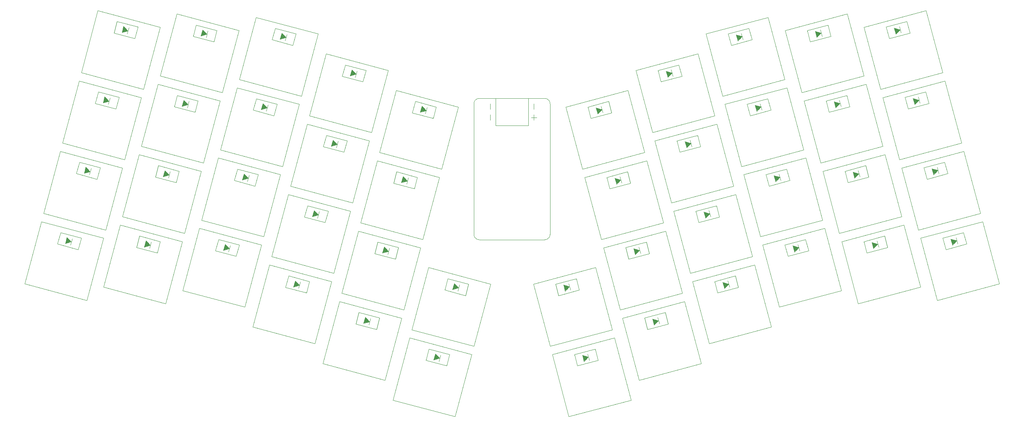
<source format=gbr>
%TF.GenerationSoftware,KiCad,Pcbnew,(5.1.10)-1*%
%TF.CreationDate,2021-10-19T15:54:07-06:00*%
%TF.ProjectId,batreus,62617472-6575-4732-9e6b-696361645f70,rev?*%
%TF.SameCoordinates,Original*%
%TF.FileFunction,Legend,Top*%
%TF.FilePolarity,Positive*%
%FSLAX46Y46*%
G04 Gerber Fmt 4.6, Leading zero omitted, Abs format (unit mm)*
G04 Created by KiCad (PCBNEW (5.1.10)-1) date 2021-10-19 15:54:07*
%MOMM*%
%LPD*%
G01*
G04 APERTURE LIST*
%ADD10C,0.120000*%
%ADD11C,0.100000*%
G04 APERTURE END LIST*
D10*
X154500000Y-87950000D02*
X155750000Y-87950000D01*
D11*
%TO.C,S20*%
X59130734Y-99709100D02*
X44641846Y-95826814D01*
X55248448Y-114197988D02*
X59130734Y-99709100D01*
X40759560Y-110315702D02*
X55248448Y-114197988D01*
X44641846Y-95826814D02*
X40759560Y-110315702D01*
X49128540Y-98400761D02*
X53958169Y-99694857D01*
X53958169Y-99694857D02*
X53246417Y-102351153D01*
X48416788Y-101057057D02*
X53246417Y-102351153D01*
X49128540Y-98400761D02*
X48416788Y-101057057D01*
G36*
X51657500Y-100553663D02*
G01*
X50255979Y-100954583D01*
X50644207Y-99505695D01*
X51657500Y-100553663D01*
G37*
X51657500Y-100553663D02*
X50255979Y-100954583D01*
X50644207Y-99505695D01*
X51657500Y-100553663D01*
D10*
X51851615Y-99829218D02*
X51463386Y-101278107D01*
D11*
%TO.C,S30*%
X54730811Y-116129839D02*
X40241923Y-112247553D01*
X50848525Y-130618727D02*
X54730811Y-116129839D01*
X36359637Y-126736441D02*
X50848525Y-130618727D01*
X40241923Y-112247553D02*
X36359637Y-126736441D01*
X44728617Y-114821500D02*
X49558246Y-116115596D01*
X49558246Y-116115596D02*
X48846494Y-118771892D01*
X44016865Y-117477796D02*
X48846494Y-118771892D01*
X44728617Y-114821500D02*
X44016865Y-117477796D01*
G36*
X47257577Y-116974402D02*
G01*
X45856056Y-117375322D01*
X46244284Y-115926434D01*
X47257577Y-116974402D01*
G37*
X47257577Y-116974402D02*
X45856056Y-117375322D01*
X46244284Y-115926434D01*
X47257577Y-116974402D01*
D10*
X47451692Y-116249957D02*
X47063463Y-117698846D01*
D11*
%TO.C,S43*%
X173860030Y-139404971D02*
X159371142Y-143287257D01*
X177742316Y-153893859D02*
X173860030Y-139404971D01*
X163253428Y-157776145D02*
X177742316Y-153893859D01*
X159371142Y-143287257D02*
X163253428Y-157776145D01*
X164543707Y-143273014D02*
X169373336Y-141978918D01*
X169373336Y-141978918D02*
X170085088Y-144635214D01*
X165255459Y-145929310D02*
X170085088Y-144635214D01*
X164543707Y-143273014D02*
X165255459Y-145929310D01*
G36*
X167810301Y-143873001D02*
G01*
X166797008Y-144920969D01*
X166408780Y-143472080D01*
X167810301Y-143873001D01*
G37*
X167810301Y-143873001D02*
X166797008Y-144920969D01*
X166408780Y-143472080D01*
X167810301Y-143873001D01*
D10*
X167616187Y-143148556D02*
X168004416Y-144597445D01*
D11*
%TO.C,S42*%
X140628858Y-143287257D02*
X126139970Y-139404971D01*
X136746572Y-157776145D02*
X140628858Y-143287257D01*
X122257684Y-153893859D02*
X136746572Y-157776145D01*
X126139970Y-139404971D02*
X122257684Y-153893859D01*
X130626664Y-141978918D02*
X135456293Y-143273014D01*
X135456293Y-143273014D02*
X134744541Y-145929310D01*
X129914912Y-144635214D02*
X134744541Y-145929310D01*
X130626664Y-141978918D02*
X129914912Y-144635214D01*
G36*
X133155624Y-144131820D02*
G01*
X131754103Y-144532740D01*
X132142331Y-143083852D01*
X133155624Y-144131820D01*
G37*
X133155624Y-144131820D02*
X131754103Y-144532740D01*
X132142331Y-143083852D01*
X133155624Y-144131820D01*
D10*
X133349739Y-143407375D02*
X132961510Y-144856264D01*
D11*
%TO.C,S41*%
X169460106Y-122984231D02*
X154971218Y-126866517D01*
X173342392Y-137473119D02*
X169460106Y-122984231D01*
X158853504Y-141355405D02*
X173342392Y-137473119D01*
X154971218Y-126866517D02*
X158853504Y-141355405D01*
X160143783Y-126852274D02*
X164973412Y-125558178D01*
X164973412Y-125558178D02*
X165685164Y-128214474D01*
X160855535Y-129508570D02*
X165685164Y-128214474D01*
X160143783Y-126852274D02*
X160855535Y-129508570D01*
G36*
X163410377Y-127452261D02*
G01*
X162397084Y-128500229D01*
X162008856Y-127051340D01*
X163410377Y-127452261D01*
G37*
X163410377Y-127452261D02*
X162397084Y-128500229D01*
X162008856Y-127051340D01*
X163410377Y-127452261D01*
D10*
X163216263Y-126727816D02*
X163604492Y-128176705D01*
D11*
%TO.C,S40*%
X145028782Y-126866517D02*
X130539894Y-122984231D01*
X141146496Y-141355405D02*
X145028782Y-126866517D01*
X126657608Y-137473119D02*
X141146496Y-141355405D01*
X130539894Y-122984231D02*
X126657608Y-137473119D01*
X135026588Y-125558178D02*
X139856217Y-126852274D01*
X139856217Y-126852274D02*
X139144465Y-129508570D01*
X134314836Y-128214474D02*
X139144465Y-129508570D01*
X135026588Y-125558178D02*
X134314836Y-128214474D01*
G36*
X137555548Y-127711080D02*
G01*
X136154027Y-128112000D01*
X136542255Y-126663112D01*
X137555548Y-127711080D01*
G37*
X137555548Y-127711080D02*
X136154027Y-128112000D01*
X136542255Y-126663112D01*
X137555548Y-127711080D01*
D10*
X137749663Y-126986635D02*
X137361434Y-128435524D01*
D11*
%TO.C,S39*%
X259758077Y-112247553D02*
X245269189Y-116129839D01*
X263640363Y-126736441D02*
X259758077Y-112247553D01*
X249151475Y-130618727D02*
X263640363Y-126736441D01*
X245269189Y-116129839D02*
X249151475Y-130618727D01*
X250441754Y-116115596D02*
X255271383Y-114821500D01*
X255271383Y-114821500D02*
X255983135Y-117477796D01*
X251153506Y-118771892D02*
X255983135Y-117477796D01*
X250441754Y-116115596D02*
X251153506Y-118771892D01*
G36*
X253708348Y-116715583D02*
G01*
X252695055Y-117763551D01*
X252306827Y-116314662D01*
X253708348Y-116715583D01*
G37*
X253708348Y-116715583D02*
X252695055Y-117763551D01*
X252306827Y-116314662D01*
X253708348Y-116715583D01*
D10*
X253514234Y-115991138D02*
X253902463Y-117440027D01*
D11*
%TO.C,S38*%
X241336136Y-113042593D02*
X226847248Y-116924879D01*
X245218422Y-127531481D02*
X241336136Y-113042593D01*
X230729534Y-131413767D02*
X245218422Y-127531481D01*
X226847248Y-116924879D02*
X230729534Y-131413767D01*
X232019813Y-116910636D02*
X236849442Y-115616540D01*
X236849442Y-115616540D02*
X237561194Y-118272836D01*
X232731565Y-119566932D02*
X237561194Y-118272836D01*
X232019813Y-116910636D02*
X232731565Y-119566932D01*
G36*
X235286407Y-117510623D02*
G01*
X234273114Y-118558591D01*
X233884886Y-117109702D01*
X235286407Y-117510623D01*
G37*
X235286407Y-117510623D02*
X234273114Y-118558591D01*
X233884886Y-117109702D01*
X235286407Y-117510623D01*
D10*
X235092293Y-116786178D02*
X235480522Y-118235067D01*
D11*
%TO.C,S37*%
X222914195Y-113837632D02*
X208425307Y-117719918D01*
X226796481Y-128326520D02*
X222914195Y-113837632D01*
X212307593Y-132208806D02*
X226796481Y-128326520D01*
X208425307Y-117719918D02*
X212307593Y-132208806D01*
X213597872Y-117705675D02*
X218427501Y-116411579D01*
X218427501Y-116411579D02*
X219139253Y-119067875D01*
X214309624Y-120361971D02*
X219139253Y-119067875D01*
X213597872Y-117705675D02*
X214309624Y-120361971D01*
G36*
X216864466Y-118305662D02*
G01*
X215851173Y-119353630D01*
X215462945Y-117904741D01*
X216864466Y-118305662D01*
G37*
X216864466Y-118305662D02*
X215851173Y-119353630D01*
X215462945Y-117904741D01*
X216864466Y-118305662D01*
D10*
X216670352Y-117581217D02*
X217058581Y-119030106D01*
D11*
%TO.C,S36*%
X206562806Y-122360078D02*
X192073918Y-126242364D01*
X210445092Y-136848966D02*
X206562806Y-122360078D01*
X195956204Y-140731252D02*
X210445092Y-136848966D01*
X192073918Y-126242364D02*
X195956204Y-140731252D01*
X197246483Y-126228121D02*
X202076112Y-124934025D01*
X202076112Y-124934025D02*
X202787864Y-127590321D01*
X197958235Y-128884417D02*
X202787864Y-127590321D01*
X197246483Y-126228121D02*
X197958235Y-128884417D01*
G36*
X200513077Y-126828108D02*
G01*
X199499784Y-127876076D01*
X199111556Y-126427187D01*
X200513077Y-126828108D01*
G37*
X200513077Y-126828108D02*
X199499784Y-127876076D01*
X199111556Y-126427187D01*
X200513077Y-126828108D01*
D10*
X200318963Y-126103663D02*
X200707192Y-127552552D01*
D11*
%TO.C,S35*%
X190211418Y-130882524D02*
X175722530Y-134764810D01*
X194093704Y-145371412D02*
X190211418Y-130882524D01*
X179604816Y-149253698D02*
X194093704Y-145371412D01*
X175722530Y-134764810D02*
X179604816Y-149253698D01*
X180895095Y-134750567D02*
X185724724Y-133456471D01*
X185724724Y-133456471D02*
X186436476Y-136112767D01*
X181606847Y-137406863D02*
X186436476Y-136112767D01*
X180895095Y-134750567D02*
X181606847Y-137406863D01*
G36*
X184161689Y-135350554D02*
G01*
X183148396Y-136398522D01*
X182760168Y-134949633D01*
X184161689Y-135350554D01*
G37*
X184161689Y-135350554D02*
X183148396Y-136398522D01*
X182760168Y-134949633D01*
X184161689Y-135350554D01*
D10*
X183967575Y-134626109D02*
X184355804Y-136074998D01*
D11*
%TO.C,S34*%
X124277470Y-134764810D02*
X109788582Y-130882524D01*
X120395184Y-149253698D02*
X124277470Y-134764810D01*
X105906296Y-145371412D02*
X120395184Y-149253698D01*
X109788582Y-130882524D02*
X105906296Y-145371412D01*
X114275276Y-133456471D02*
X119104905Y-134750567D01*
X119104905Y-134750567D02*
X118393153Y-137406863D01*
X113563524Y-136112767D02*
X118393153Y-137406863D01*
X114275276Y-133456471D02*
X113563524Y-136112767D01*
G36*
X116804236Y-135609373D02*
G01*
X115402715Y-136010293D01*
X115790943Y-134561405D01*
X116804236Y-135609373D01*
G37*
X116804236Y-135609373D02*
X115402715Y-136010293D01*
X115790943Y-134561405D01*
X116804236Y-135609373D01*
D10*
X116998351Y-134884928D02*
X116610122Y-136333817D01*
D11*
%TO.C,S33*%
X107926082Y-126242364D02*
X93437194Y-122360078D01*
X104043796Y-140731252D02*
X107926082Y-126242364D01*
X89554908Y-136848966D02*
X104043796Y-140731252D01*
X93437194Y-122360078D02*
X89554908Y-136848966D01*
X97923888Y-124934025D02*
X102753517Y-126228121D01*
X102753517Y-126228121D02*
X102041765Y-128884417D01*
X97212136Y-127590321D02*
X102041765Y-128884417D01*
X97923888Y-124934025D02*
X97212136Y-127590321D01*
G36*
X100452848Y-127086927D02*
G01*
X99051327Y-127487847D01*
X99439555Y-126038959D01*
X100452848Y-127086927D01*
G37*
X100452848Y-127086927D02*
X99051327Y-127487847D01*
X99439555Y-126038959D01*
X100452848Y-127086927D01*
D10*
X100646963Y-126362482D02*
X100258734Y-127811371D01*
D11*
%TO.C,S32*%
X91574693Y-117719918D02*
X77085805Y-113837632D01*
X87692407Y-132208806D02*
X91574693Y-117719918D01*
X73203519Y-128326520D02*
X87692407Y-132208806D01*
X77085805Y-113837632D02*
X73203519Y-128326520D01*
X81572499Y-116411579D02*
X86402128Y-117705675D01*
X86402128Y-117705675D02*
X85690376Y-120361971D01*
X80860747Y-119067875D02*
X85690376Y-120361971D01*
X81572499Y-116411579D02*
X80860747Y-119067875D01*
G36*
X84101459Y-118564481D02*
G01*
X82699938Y-118965401D01*
X83088166Y-117516513D01*
X84101459Y-118564481D01*
G37*
X84101459Y-118564481D02*
X82699938Y-118965401D01*
X83088166Y-117516513D01*
X84101459Y-118564481D01*
D10*
X84295574Y-117840036D02*
X83907345Y-119288925D01*
D11*
%TO.C,S31*%
X73152752Y-116924879D02*
X58663864Y-113042593D01*
X69270466Y-131413767D02*
X73152752Y-116924879D01*
X54781578Y-127531481D02*
X69270466Y-131413767D01*
X58663864Y-113042593D02*
X54781578Y-127531481D01*
X63150558Y-115616540D02*
X67980187Y-116910636D01*
X67980187Y-116910636D02*
X67268435Y-119566932D01*
X62438806Y-118272836D02*
X67268435Y-119566932D01*
X63150558Y-115616540D02*
X62438806Y-118272836D01*
G36*
X65679518Y-117769442D02*
G01*
X64277997Y-118170362D01*
X64666225Y-116721474D01*
X65679518Y-117769442D01*
G37*
X65679518Y-117769442D02*
X64277997Y-118170362D01*
X64666225Y-116721474D01*
X65679518Y-117769442D01*
D10*
X65873633Y-117044997D02*
X65485404Y-118493886D01*
D11*
%TO.C,S29*%
X255358154Y-95826814D02*
X240869266Y-99709100D01*
X259240440Y-110315702D02*
X255358154Y-95826814D01*
X244751552Y-114197988D02*
X259240440Y-110315702D01*
X240869266Y-99709100D02*
X244751552Y-114197988D01*
X246041831Y-99694857D02*
X250871460Y-98400761D01*
X250871460Y-98400761D02*
X251583212Y-101057057D01*
X246753583Y-102351153D02*
X251583212Y-101057057D01*
X246041831Y-99694857D02*
X246753583Y-102351153D01*
G36*
X249308425Y-100294844D02*
G01*
X248295132Y-101342812D01*
X247906904Y-99893923D01*
X249308425Y-100294844D01*
G37*
X249308425Y-100294844D02*
X248295132Y-101342812D01*
X247906904Y-99893923D01*
X249308425Y-100294844D01*
D10*
X249114311Y-99570399D02*
X249502540Y-101019288D01*
D11*
%TO.C,S28*%
X236936213Y-96621854D02*
X222447325Y-100504140D01*
X240818499Y-111110742D02*
X236936213Y-96621854D01*
X226329611Y-114993028D02*
X240818499Y-111110742D01*
X222447325Y-100504140D02*
X226329611Y-114993028D01*
X227619890Y-100489897D02*
X232449519Y-99195801D01*
X232449519Y-99195801D02*
X233161271Y-101852097D01*
X228331642Y-103146193D02*
X233161271Y-101852097D01*
X227619890Y-100489897D02*
X228331642Y-103146193D01*
G36*
X230886484Y-101089884D02*
G01*
X229873191Y-102137852D01*
X229484963Y-100688963D01*
X230886484Y-101089884D01*
G37*
X230886484Y-101089884D02*
X229873191Y-102137852D01*
X229484963Y-100688963D01*
X230886484Y-101089884D01*
D10*
X230692370Y-100365439D02*
X231080599Y-101814328D01*
D11*
%TO.C,S27*%
X218514272Y-97416893D02*
X204025384Y-101299179D01*
X222396558Y-111905781D02*
X218514272Y-97416893D01*
X207907670Y-115788067D02*
X222396558Y-111905781D01*
X204025384Y-101299179D02*
X207907670Y-115788067D01*
X209197949Y-101284936D02*
X214027578Y-99990840D01*
X214027578Y-99990840D02*
X214739330Y-102647136D01*
X209909701Y-103941232D02*
X214739330Y-102647136D01*
X209197949Y-101284936D02*
X209909701Y-103941232D01*
G36*
X212464543Y-101884923D02*
G01*
X211451250Y-102932891D01*
X211063022Y-101484002D01*
X212464543Y-101884923D01*
G37*
X212464543Y-101884923D02*
X211451250Y-102932891D01*
X211063022Y-101484002D01*
X212464543Y-101884923D01*
D10*
X212270429Y-101160478D02*
X212658658Y-102609367D01*
D11*
%TO.C,S26*%
X202162883Y-105939339D02*
X187673995Y-109821625D01*
X206045169Y-120428227D02*
X202162883Y-105939339D01*
X191556281Y-124310513D02*
X206045169Y-120428227D01*
X187673995Y-109821625D02*
X191556281Y-124310513D01*
X192846560Y-109807382D02*
X197676189Y-108513286D01*
X197676189Y-108513286D02*
X198387941Y-111169582D01*
X193558312Y-112463678D02*
X198387941Y-111169582D01*
X192846560Y-109807382D02*
X193558312Y-112463678D01*
G36*
X196113154Y-110407369D02*
G01*
X195099861Y-111455337D01*
X194711633Y-110006448D01*
X196113154Y-110407369D01*
G37*
X196113154Y-110407369D02*
X195099861Y-111455337D01*
X194711633Y-110006448D01*
X196113154Y-110407369D01*
D10*
X195919040Y-109682924D02*
X196307269Y-111131813D01*
D11*
%TO.C,S25*%
X185811494Y-114461785D02*
X171322606Y-118344071D01*
X189693780Y-128950673D02*
X185811494Y-114461785D01*
X175204892Y-132832959D02*
X189693780Y-128950673D01*
X171322606Y-118344071D02*
X175204892Y-132832959D01*
X176495171Y-118329828D02*
X181324800Y-117035732D01*
X181324800Y-117035732D02*
X182036552Y-119692028D01*
X177206923Y-120986124D02*
X182036552Y-119692028D01*
X176495171Y-118329828D02*
X177206923Y-120986124D01*
G36*
X179761765Y-118929815D02*
G01*
X178748472Y-119977783D01*
X178360244Y-118528894D01*
X179761765Y-118929815D01*
G37*
X179761765Y-118929815D02*
X178748472Y-119977783D01*
X178360244Y-118528894D01*
X179761765Y-118929815D01*
D10*
X179567651Y-118205370D02*
X179955880Y-119654259D01*
D11*
%TO.C,S24*%
X128677394Y-118344071D02*
X114188506Y-114461785D01*
X124795108Y-132832959D02*
X128677394Y-118344071D01*
X110306220Y-128950673D02*
X124795108Y-132832959D01*
X114188506Y-114461785D02*
X110306220Y-128950673D01*
X118675200Y-117035732D02*
X123504829Y-118329828D01*
X123504829Y-118329828D02*
X122793077Y-120986124D01*
X117963448Y-119692028D02*
X122793077Y-120986124D01*
X118675200Y-117035732D02*
X117963448Y-119692028D01*
G36*
X121204160Y-119188634D02*
G01*
X119802639Y-119589554D01*
X120190867Y-118140666D01*
X121204160Y-119188634D01*
G37*
X121204160Y-119188634D02*
X119802639Y-119589554D01*
X120190867Y-118140666D01*
X121204160Y-119188634D01*
D10*
X121398275Y-118464189D02*
X121010046Y-119913078D01*
D11*
%TO.C,S23*%
X112326005Y-109821625D02*
X97837117Y-105939339D01*
X108443719Y-124310513D02*
X112326005Y-109821625D01*
X93954831Y-120428227D02*
X108443719Y-124310513D01*
X97837117Y-105939339D02*
X93954831Y-120428227D01*
X102323811Y-108513286D02*
X107153440Y-109807382D01*
X107153440Y-109807382D02*
X106441688Y-112463678D01*
X101612059Y-111169582D02*
X106441688Y-112463678D01*
X102323811Y-108513286D02*
X101612059Y-111169582D01*
G36*
X104852771Y-110666188D02*
G01*
X103451250Y-111067108D01*
X103839478Y-109618220D01*
X104852771Y-110666188D01*
G37*
X104852771Y-110666188D02*
X103451250Y-111067108D01*
X103839478Y-109618220D01*
X104852771Y-110666188D01*
D10*
X105046886Y-109941743D02*
X104658657Y-111390632D01*
D11*
%TO.C,S22*%
X95974616Y-101299179D02*
X81485728Y-97416893D01*
X92092330Y-115788067D02*
X95974616Y-101299179D01*
X77603442Y-111905781D02*
X92092330Y-115788067D01*
X81485728Y-97416893D02*
X77603442Y-111905781D01*
X85972422Y-99990840D02*
X90802051Y-101284936D01*
X90802051Y-101284936D02*
X90090299Y-103941232D01*
X85260670Y-102647136D02*
X90090299Y-103941232D01*
X85972422Y-99990840D02*
X85260670Y-102647136D01*
G36*
X88501382Y-102143742D02*
G01*
X87099861Y-102544662D01*
X87488089Y-101095774D01*
X88501382Y-102143742D01*
G37*
X88501382Y-102143742D02*
X87099861Y-102544662D01*
X87488089Y-101095774D01*
X88501382Y-102143742D01*
D10*
X88695497Y-101419297D02*
X88307268Y-102868186D01*
D11*
%TO.C,S21*%
X77552675Y-100504140D02*
X63063787Y-96621854D01*
X73670389Y-114993028D02*
X77552675Y-100504140D01*
X59181501Y-111110742D02*
X73670389Y-114993028D01*
X63063787Y-96621854D02*
X59181501Y-111110742D01*
X67550481Y-99195801D02*
X72380110Y-100489897D01*
X72380110Y-100489897D02*
X71668358Y-103146193D01*
X66838729Y-101852097D02*
X71668358Y-103146193D01*
X67550481Y-99195801D02*
X66838729Y-101852097D01*
G36*
X70079441Y-101348703D02*
G01*
X68677920Y-101749623D01*
X69066148Y-100300735D01*
X70079441Y-101348703D01*
G37*
X70079441Y-101348703D02*
X68677920Y-101749623D01*
X69066148Y-100300735D01*
X70079441Y-101348703D01*
D10*
X70273556Y-100624258D02*
X69885327Y-102073147D01*
D11*
%TO.C,S19*%
X250958229Y-79406075D02*
X236469341Y-83288361D01*
X254840515Y-93894963D02*
X250958229Y-79406075D01*
X240351627Y-97777249D02*
X254840515Y-93894963D01*
X236469341Y-83288361D02*
X240351627Y-97777249D01*
X241641906Y-83274118D02*
X246471535Y-81980022D01*
X246471535Y-81980022D02*
X247183287Y-84636318D01*
X242353658Y-85930414D02*
X247183287Y-84636318D01*
X241641906Y-83274118D02*
X242353658Y-85930414D01*
G36*
X244908500Y-83874105D02*
G01*
X243895207Y-84922073D01*
X243506979Y-83473184D01*
X244908500Y-83874105D01*
G37*
X244908500Y-83874105D02*
X243895207Y-84922073D01*
X243506979Y-83473184D01*
X244908500Y-83874105D01*
D10*
X244714386Y-83149660D02*
X245102615Y-84598549D01*
D11*
%TO.C,S18*%
X232536289Y-80201115D02*
X218047401Y-84083401D01*
X236418575Y-94690003D02*
X232536289Y-80201115D01*
X221929687Y-98572289D02*
X236418575Y-94690003D01*
X218047401Y-84083401D02*
X221929687Y-98572289D01*
X223219966Y-84069158D02*
X228049595Y-82775062D01*
X228049595Y-82775062D02*
X228761347Y-85431358D01*
X223931718Y-86725454D02*
X228761347Y-85431358D01*
X223219966Y-84069158D02*
X223931718Y-86725454D01*
G36*
X226486560Y-84669145D02*
G01*
X225473267Y-85717113D01*
X225085039Y-84268224D01*
X226486560Y-84669145D01*
G37*
X226486560Y-84669145D02*
X225473267Y-85717113D01*
X225085039Y-84268224D01*
X226486560Y-84669145D01*
D10*
X226292446Y-83944700D02*
X226680675Y-85393589D01*
D11*
%TO.C,S17*%
X214114347Y-80996154D02*
X199625459Y-84878440D01*
X217996633Y-95485042D02*
X214114347Y-80996154D01*
X203507745Y-99367328D02*
X217996633Y-95485042D01*
X199625459Y-84878440D02*
X203507745Y-99367328D01*
X204798024Y-84864197D02*
X209627653Y-83570101D01*
X209627653Y-83570101D02*
X210339405Y-86226397D01*
X205509776Y-87520493D02*
X210339405Y-86226397D01*
X204798024Y-84864197D02*
X205509776Y-87520493D01*
G36*
X208064618Y-85464184D02*
G01*
X207051325Y-86512152D01*
X206663097Y-85063263D01*
X208064618Y-85464184D01*
G37*
X208064618Y-85464184D02*
X207051325Y-86512152D01*
X206663097Y-85063263D01*
X208064618Y-85464184D01*
D10*
X207870504Y-84739739D02*
X208258733Y-86188628D01*
D11*
%TO.C,S16*%
X197762959Y-89518600D02*
X183274071Y-93400886D01*
X201645245Y-104007488D02*
X197762959Y-89518600D01*
X187156357Y-107889774D02*
X201645245Y-104007488D01*
X183274071Y-93400886D02*
X187156357Y-107889774D01*
X188446636Y-93386643D02*
X193276265Y-92092547D01*
X193276265Y-92092547D02*
X193988017Y-94748843D01*
X189158388Y-96042939D02*
X193988017Y-94748843D01*
X188446636Y-93386643D02*
X189158388Y-96042939D01*
G36*
X191713230Y-93986630D02*
G01*
X190699937Y-95034598D01*
X190311709Y-93585709D01*
X191713230Y-93986630D01*
G37*
X191713230Y-93986630D02*
X190699937Y-95034598D01*
X190311709Y-93585709D01*
X191713230Y-93986630D01*
D10*
X191519116Y-93262185D02*
X191907345Y-94711074D01*
D11*
%TO.C,S15*%
X181411570Y-98041046D02*
X166922682Y-101923332D01*
X185293856Y-112529934D02*
X181411570Y-98041046D01*
X170804968Y-116412220D02*
X185293856Y-112529934D01*
X166922682Y-101923332D02*
X170804968Y-116412220D01*
X172095247Y-101909089D02*
X176924876Y-100614993D01*
X176924876Y-100614993D02*
X177636628Y-103271289D01*
X172806999Y-104565385D02*
X177636628Y-103271289D01*
X172095247Y-101909089D02*
X172806999Y-104565385D01*
G36*
X175361841Y-102509076D02*
G01*
X174348548Y-103557044D01*
X173960320Y-102108155D01*
X175361841Y-102509076D01*
G37*
X175361841Y-102509076D02*
X174348548Y-103557044D01*
X173960320Y-102108155D01*
X175361841Y-102509076D01*
D10*
X175167727Y-101784631D02*
X175555956Y-103233520D01*
D11*
%TO.C,S14*%
X133077318Y-101923332D02*
X118588430Y-98041046D01*
X129195032Y-116412220D02*
X133077318Y-101923332D01*
X114706144Y-112529934D02*
X129195032Y-116412220D01*
X118588430Y-98041046D02*
X114706144Y-112529934D01*
X123075124Y-100614993D02*
X127904753Y-101909089D01*
X127904753Y-101909089D02*
X127193001Y-104565385D01*
X122363372Y-103271289D02*
X127193001Y-104565385D01*
X123075124Y-100614993D02*
X122363372Y-103271289D01*
G36*
X125604084Y-102767895D02*
G01*
X124202563Y-103168815D01*
X124590791Y-101719927D01*
X125604084Y-102767895D01*
G37*
X125604084Y-102767895D02*
X124202563Y-103168815D01*
X124590791Y-101719927D01*
X125604084Y-102767895D01*
D10*
X125798199Y-102043450D02*
X125409970Y-103492339D01*
D11*
%TO.C,S13*%
X116725929Y-93400886D02*
X102237041Y-89518600D01*
X112843643Y-107889774D02*
X116725929Y-93400886D01*
X98354755Y-104007488D02*
X112843643Y-107889774D01*
X102237041Y-89518600D02*
X98354755Y-104007488D01*
X106723735Y-92092547D02*
X111553364Y-93386643D01*
X111553364Y-93386643D02*
X110841612Y-96042939D01*
X106011983Y-94748843D02*
X110841612Y-96042939D01*
X106723735Y-92092547D02*
X106011983Y-94748843D01*
G36*
X109252695Y-94245449D02*
G01*
X107851174Y-94646369D01*
X108239402Y-93197481D01*
X109252695Y-94245449D01*
G37*
X109252695Y-94245449D02*
X107851174Y-94646369D01*
X108239402Y-93197481D01*
X109252695Y-94245449D01*
D10*
X109446810Y-93521004D02*
X109058581Y-94969893D01*
D11*
%TO.C,S12*%
X100374541Y-84878440D02*
X85885653Y-80996154D01*
X96492255Y-99367328D02*
X100374541Y-84878440D01*
X82003367Y-95485042D02*
X96492255Y-99367328D01*
X85885653Y-80996154D02*
X82003367Y-95485042D01*
X90372347Y-83570101D02*
X95201976Y-84864197D01*
X95201976Y-84864197D02*
X94490224Y-87520493D01*
X89660595Y-86226397D02*
X94490224Y-87520493D01*
X90372347Y-83570101D02*
X89660595Y-86226397D01*
G36*
X92901307Y-85723003D02*
G01*
X91499786Y-86123923D01*
X91888014Y-84675035D01*
X92901307Y-85723003D01*
G37*
X92901307Y-85723003D02*
X91499786Y-86123923D01*
X91888014Y-84675035D01*
X92901307Y-85723003D01*
D10*
X93095422Y-84998558D02*
X92707193Y-86447447D01*
D11*
%TO.C,S11*%
X81952599Y-84083401D02*
X67463711Y-80201115D01*
X78070313Y-98572289D02*
X81952599Y-84083401D01*
X63581425Y-94690003D02*
X78070313Y-98572289D01*
X67463711Y-80201115D02*
X63581425Y-94690003D01*
X71950405Y-82775062D02*
X76780034Y-84069158D01*
X76780034Y-84069158D02*
X76068282Y-86725454D01*
X71238653Y-85431358D02*
X76068282Y-86725454D01*
X71950405Y-82775062D02*
X71238653Y-85431358D01*
G36*
X74479365Y-84927964D02*
G01*
X73077844Y-85328884D01*
X73466072Y-83879996D01*
X74479365Y-84927964D01*
G37*
X74479365Y-84927964D02*
X73077844Y-85328884D01*
X73466072Y-83879996D01*
X74479365Y-84927964D01*
D10*
X74673480Y-84203519D02*
X74285251Y-85652408D01*
D11*
%TO.C,S10*%
X63530659Y-83288361D02*
X49041771Y-79406075D01*
X59648373Y-97777249D02*
X63530659Y-83288361D01*
X45159485Y-93894963D02*
X59648373Y-97777249D01*
X49041771Y-79406075D02*
X45159485Y-93894963D01*
X53528465Y-81980022D02*
X58358094Y-83274118D01*
X58358094Y-83274118D02*
X57646342Y-85930414D01*
X52816713Y-84636318D02*
X57646342Y-85930414D01*
X53528465Y-81980022D02*
X52816713Y-84636318D01*
G36*
X56057425Y-84132924D02*
G01*
X54655904Y-84533844D01*
X55044132Y-83084956D01*
X56057425Y-84132924D01*
G37*
X56057425Y-84132924D02*
X54655904Y-84533844D01*
X55044132Y-83084956D01*
X56057425Y-84132924D01*
D10*
X56251540Y-83408479D02*
X55863311Y-84857368D01*
D11*
%TO.C,S9*%
X246558306Y-62985336D02*
X232069418Y-66867622D01*
X250440592Y-77474224D02*
X246558306Y-62985336D01*
X235951704Y-81356510D02*
X250440592Y-77474224D01*
X232069418Y-66867622D02*
X235951704Y-81356510D01*
X237241983Y-66853379D02*
X242071612Y-65559283D01*
X242071612Y-65559283D02*
X242783364Y-68215579D01*
X237953735Y-69509675D02*
X242783364Y-68215579D01*
X237241983Y-66853379D02*
X237953735Y-69509675D01*
G36*
X240508577Y-67453366D02*
G01*
X239495284Y-68501334D01*
X239107056Y-67052445D01*
X240508577Y-67453366D01*
G37*
X240508577Y-67453366D02*
X239495284Y-68501334D01*
X239107056Y-67052445D01*
X240508577Y-67453366D01*
D10*
X240314463Y-66728921D02*
X240702692Y-68177810D01*
D11*
%TO.C,S8*%
X228136365Y-63780376D02*
X213647477Y-67662662D01*
X232018651Y-78269264D02*
X228136365Y-63780376D01*
X217529763Y-82151550D02*
X232018651Y-78269264D01*
X213647477Y-67662662D02*
X217529763Y-82151550D01*
X218820042Y-67648419D02*
X223649671Y-66354323D01*
X223649671Y-66354323D02*
X224361423Y-69010619D01*
X219531794Y-70304715D02*
X224361423Y-69010619D01*
X218820042Y-67648419D02*
X219531794Y-70304715D01*
G36*
X222086636Y-68248406D02*
G01*
X221073343Y-69296374D01*
X220685115Y-67847485D01*
X222086636Y-68248406D01*
G37*
X222086636Y-68248406D02*
X221073343Y-69296374D01*
X220685115Y-67847485D01*
X222086636Y-68248406D01*
D10*
X221892522Y-67523961D02*
X222280751Y-68972850D01*
D11*
%TO.C,S7*%
X209714424Y-64575415D02*
X195225536Y-68457701D01*
X213596710Y-79064303D02*
X209714424Y-64575415D01*
X199107822Y-82946589D02*
X213596710Y-79064303D01*
X195225536Y-68457701D02*
X199107822Y-82946589D01*
X200398101Y-68443458D02*
X205227730Y-67149362D01*
X205227730Y-67149362D02*
X205939482Y-69805658D01*
X201109853Y-71099754D02*
X205939482Y-69805658D01*
X200398101Y-68443458D02*
X201109853Y-71099754D01*
G36*
X203664695Y-69043445D02*
G01*
X202651402Y-70091413D01*
X202263174Y-68642524D01*
X203664695Y-69043445D01*
G37*
X203664695Y-69043445D02*
X202651402Y-70091413D01*
X202263174Y-68642524D01*
X203664695Y-69043445D01*
D10*
X203470581Y-68319000D02*
X203858810Y-69767889D01*
D11*
%TO.C,S6*%
X193363035Y-73097861D02*
X178874147Y-76980147D01*
X197245321Y-87586749D02*
X193363035Y-73097861D01*
X182756433Y-91469035D02*
X197245321Y-87586749D01*
X178874147Y-76980147D02*
X182756433Y-91469035D01*
X184046712Y-76965904D02*
X188876341Y-75671808D01*
X188876341Y-75671808D02*
X189588093Y-78328104D01*
X184758464Y-79622200D02*
X189588093Y-78328104D01*
X184046712Y-76965904D02*
X184758464Y-79622200D01*
G36*
X187313306Y-77565891D02*
G01*
X186300013Y-78613859D01*
X185911785Y-77164970D01*
X187313306Y-77565891D01*
G37*
X187313306Y-77565891D02*
X186300013Y-78613859D01*
X185911785Y-77164970D01*
X187313306Y-77565891D01*
D10*
X187119192Y-76841446D02*
X187507421Y-78290335D01*
D11*
%TO.C,S5*%
X177011647Y-81620307D02*
X162522759Y-85502593D01*
X180893933Y-96109195D02*
X177011647Y-81620307D01*
X166405045Y-99991481D02*
X180893933Y-96109195D01*
X162522759Y-85502593D02*
X166405045Y-99991481D01*
X167695324Y-85488350D02*
X172524953Y-84194254D01*
X172524953Y-84194254D02*
X173236705Y-86850550D01*
X168407076Y-88144646D02*
X173236705Y-86850550D01*
X167695324Y-85488350D02*
X168407076Y-88144646D01*
G36*
X170961918Y-86088337D02*
G01*
X169948625Y-87136305D01*
X169560397Y-85687416D01*
X170961918Y-86088337D01*
G37*
X170961918Y-86088337D02*
X169948625Y-87136305D01*
X169560397Y-85687416D01*
X170961918Y-86088337D01*
D10*
X170767804Y-85363892D02*
X171156033Y-86812781D01*
D11*
%TO.C,S4*%
X137477241Y-85502593D02*
X122988353Y-81620307D01*
X133594955Y-99991481D02*
X137477241Y-85502593D01*
X119106067Y-96109195D02*
X133594955Y-99991481D01*
X122988353Y-81620307D02*
X119106067Y-96109195D01*
X127475047Y-84194254D02*
X132304676Y-85488350D01*
X132304676Y-85488350D02*
X131592924Y-88144646D01*
X126763295Y-86850550D02*
X131592924Y-88144646D01*
X127475047Y-84194254D02*
X126763295Y-86850550D01*
G36*
X130004007Y-86347156D02*
G01*
X128602486Y-86748076D01*
X128990714Y-85299188D01*
X130004007Y-86347156D01*
G37*
X130004007Y-86347156D02*
X128602486Y-86748076D01*
X128990714Y-85299188D01*
X130004007Y-86347156D01*
D10*
X130198122Y-85622711D02*
X129809893Y-87071600D01*
D11*
%TO.C,S3*%
X121125853Y-76980147D02*
X106636965Y-73097861D01*
X117243567Y-91469035D02*
X121125853Y-76980147D01*
X102754679Y-87586749D02*
X117243567Y-91469035D01*
X106636965Y-73097861D02*
X102754679Y-87586749D01*
X111123659Y-75671808D02*
X115953288Y-76965904D01*
X115953288Y-76965904D02*
X115241536Y-79622200D01*
X110411907Y-78328104D02*
X115241536Y-79622200D01*
X111123659Y-75671808D02*
X110411907Y-78328104D01*
G36*
X113652619Y-77824710D02*
G01*
X112251098Y-78225630D01*
X112639326Y-76776742D01*
X113652619Y-77824710D01*
G37*
X113652619Y-77824710D02*
X112251098Y-78225630D01*
X112639326Y-76776742D01*
X113652619Y-77824710D01*
D10*
X113846734Y-77100265D02*
X113458505Y-78549154D01*
D11*
%TO.C,S2*%
X104774464Y-68457701D02*
X90285576Y-64575415D01*
X100892178Y-82946589D02*
X104774464Y-68457701D01*
X86403290Y-79064303D02*
X100892178Y-82946589D01*
X90285576Y-64575415D02*
X86403290Y-79064303D01*
X94772270Y-67149362D02*
X99601899Y-68443458D01*
X99601899Y-68443458D02*
X98890147Y-71099754D01*
X94060518Y-69805658D02*
X98890147Y-71099754D01*
X94772270Y-67149362D02*
X94060518Y-69805658D01*
G36*
X97301230Y-69302264D02*
G01*
X95899709Y-69703184D01*
X96287937Y-68254296D01*
X97301230Y-69302264D01*
G37*
X97301230Y-69302264D02*
X95899709Y-69703184D01*
X96287937Y-68254296D01*
X97301230Y-69302264D01*
D10*
X97495345Y-68577819D02*
X97107116Y-70026708D01*
D11*
%TO.C,S1*%
X86352523Y-67662662D02*
X71863635Y-63780376D01*
X82470237Y-82151550D02*
X86352523Y-67662662D01*
X67981349Y-78269264D02*
X82470237Y-82151550D01*
X71863635Y-63780376D02*
X67981349Y-78269264D01*
X76350329Y-66354323D02*
X81179958Y-67648419D01*
X81179958Y-67648419D02*
X80468206Y-70304715D01*
X75638577Y-69010619D02*
X80468206Y-70304715D01*
X76350329Y-66354323D02*
X75638577Y-69010619D01*
G36*
X78879289Y-68507225D02*
G01*
X77477768Y-68908145D01*
X77865996Y-67459257D01*
X78879289Y-68507225D01*
G37*
X78879289Y-68507225D02*
X77477768Y-68908145D01*
X77865996Y-67459257D01*
X78879289Y-68507225D01*
D10*
X79073404Y-67782780D02*
X78685175Y-69231669D01*
D11*
%TO.C,S0*%
X67930582Y-66867622D02*
X53441694Y-62985336D01*
X64048296Y-81356510D02*
X67930582Y-66867622D01*
X49559408Y-77474224D02*
X64048296Y-81356510D01*
X53441694Y-62985336D02*
X49559408Y-77474224D01*
X57928388Y-65559283D02*
X62758017Y-66853379D01*
X62758017Y-66853379D02*
X62046265Y-69509675D01*
X57216636Y-68215579D02*
X62046265Y-69509675D01*
X57928388Y-65559283D02*
X57216636Y-68215579D01*
G36*
X60457348Y-67712185D02*
G01*
X59055827Y-68113105D01*
X59444055Y-66664217D01*
X60457348Y-67712185D01*
G37*
X60457348Y-67712185D02*
X59055827Y-68113105D01*
X59444055Y-66664217D01*
X60457348Y-67712185D01*
D10*
X60651463Y-66987740D02*
X60263234Y-68436629D01*
%TO.C,N1*%
X141110000Y-84760000D02*
X141110000Y-115240000D01*
X142380000Y-116510000D02*
X157620000Y-116510000D01*
X158890000Y-115240000D02*
X158890000Y-84760000D01*
X157620000Y-83490000D02*
X142380000Y-83490000D01*
X146190000Y-83490000D02*
X146190000Y-89840000D01*
X146190000Y-89840000D02*
X153810000Y-89840000D01*
X153810000Y-89840000D02*
X153810000Y-83490000D01*
X155080000Y-84760000D02*
X155080000Y-86030000D01*
X155080000Y-87300000D02*
X155080000Y-88570000D01*
X144920000Y-84760000D02*
X144920000Y-86030000D01*
X144920000Y-87300000D02*
X144920000Y-88570000D01*
X157620000Y-83490000D02*
G75*
G02*
X158890000Y-84760000I0J-1270000D01*
G01*
X141110000Y-84760000D02*
G75*
G02*
X142380000Y-83490000I1270000J0D01*
G01*
X142380000Y-116510000D02*
G75*
G02*
X141110000Y-115240000I0J1270000D01*
G01*
X158890000Y-115240000D02*
G75*
G02*
X157620000Y-116510000I-1270000J0D01*
G01*
%TD*%
M02*

</source>
